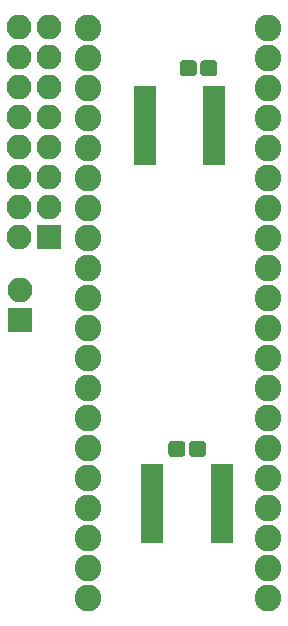
<source format=gbr>
G04 #@! TF.GenerationSoftware,KiCad,Pcbnew,(5.1.4)-1*
G04 #@! TF.CreationDate,2021-01-18T01:20:50+00:00*
G04 #@! TF.ProjectId,atari-pickup,61746172-692d-4706-9963-6b75702e6b69,rev?*
G04 #@! TF.SameCoordinates,Original*
G04 #@! TF.FileFunction,Soldermask,Top*
G04 #@! TF.FilePolarity,Negative*
%FSLAX46Y46*%
G04 Gerber Fmt 4.6, Leading zero omitted, Abs format (unit mm)*
G04 Created by KiCad (PCBNEW (5.1.4)-1) date 2021-01-18 01:20:50*
%MOMM*%
%LPD*%
G04 APERTURE LIST*
%ADD10C,2.254200*%
%ADD11R,2.100000X2.100000*%
%ADD12O,2.100000X2.100000*%
%ADD13C,0.100000*%
%ADD14C,1.350000*%
%ADD15R,1.850000X0.850000*%
G04 APERTURE END LIST*
D10*
X149860000Y-55880000D03*
X149860000Y-58420000D03*
X149860000Y-60960000D03*
X149860000Y-63500000D03*
X149860000Y-66040000D03*
X149860000Y-68580000D03*
X149860000Y-71120000D03*
X149860000Y-73660000D03*
X149860000Y-76200000D03*
X149860000Y-78740000D03*
X149860000Y-81280000D03*
X149860000Y-83820000D03*
X149860000Y-86360000D03*
X149860000Y-88900000D03*
X149860000Y-91440000D03*
X149860000Y-93980000D03*
X149860000Y-96520000D03*
X149860000Y-99060000D03*
X149860000Y-101600000D03*
X149860000Y-104140000D03*
X134620000Y-104140000D03*
X134620000Y-101600000D03*
X134620000Y-99060000D03*
X134620000Y-96520000D03*
X134620000Y-93980000D03*
X134620000Y-91440000D03*
X134620000Y-88900000D03*
X134620000Y-86360000D03*
X134620000Y-83820000D03*
X134620000Y-81280000D03*
X134620000Y-76200000D03*
X134620000Y-73660000D03*
X134620000Y-71120000D03*
X134620000Y-68580000D03*
X134620000Y-66040000D03*
X134620000Y-63500000D03*
X134620000Y-60960000D03*
X134620000Y-58420000D03*
X134620000Y-55880000D03*
X134620000Y-78740000D03*
D11*
X131368800Y-73583800D03*
D12*
X128828800Y-73583800D03*
X131368800Y-71043800D03*
X128828800Y-71043800D03*
X131368800Y-68503800D03*
X128828800Y-68503800D03*
X131368800Y-65963800D03*
X128828800Y-65963800D03*
X131368800Y-63423800D03*
X128828800Y-63423800D03*
X131368800Y-60883800D03*
X128828800Y-60883800D03*
X131368800Y-58343800D03*
X128828800Y-58343800D03*
X131368800Y-55803800D03*
X128828800Y-55803800D03*
D11*
X128854200Y-80594200D03*
D12*
X128854200Y-78054200D03*
D13*
G36*
X145302181Y-58635625D02*
G01*
X145334943Y-58640485D01*
X145367071Y-58648533D01*
X145398256Y-58659691D01*
X145428196Y-58673852D01*
X145456605Y-58690879D01*
X145483208Y-58710609D01*
X145507749Y-58732851D01*
X145529991Y-58757392D01*
X145549721Y-58783995D01*
X145566748Y-58812404D01*
X145580909Y-58842344D01*
X145592067Y-58873529D01*
X145600115Y-58905657D01*
X145604975Y-58938419D01*
X145606600Y-58971500D01*
X145606600Y-59646500D01*
X145604975Y-59679581D01*
X145600115Y-59712343D01*
X145592067Y-59744471D01*
X145580909Y-59775656D01*
X145566748Y-59805596D01*
X145549721Y-59834005D01*
X145529991Y-59860608D01*
X145507749Y-59885149D01*
X145483208Y-59907391D01*
X145456605Y-59927121D01*
X145428196Y-59944148D01*
X145398256Y-59958309D01*
X145367071Y-59969467D01*
X145334943Y-59977515D01*
X145302181Y-59982375D01*
X145269100Y-59984000D01*
X144494100Y-59984000D01*
X144461019Y-59982375D01*
X144428257Y-59977515D01*
X144396129Y-59969467D01*
X144364944Y-59958309D01*
X144335004Y-59944148D01*
X144306595Y-59927121D01*
X144279992Y-59907391D01*
X144255451Y-59885149D01*
X144233209Y-59860608D01*
X144213479Y-59834005D01*
X144196452Y-59805596D01*
X144182291Y-59775656D01*
X144171133Y-59744471D01*
X144163085Y-59712343D01*
X144158225Y-59679581D01*
X144156600Y-59646500D01*
X144156600Y-58971500D01*
X144158225Y-58938419D01*
X144163085Y-58905657D01*
X144171133Y-58873529D01*
X144182291Y-58842344D01*
X144196452Y-58812404D01*
X144213479Y-58783995D01*
X144233209Y-58757392D01*
X144255451Y-58732851D01*
X144279992Y-58710609D01*
X144306595Y-58690879D01*
X144335004Y-58673852D01*
X144364944Y-58659691D01*
X144396129Y-58648533D01*
X144428257Y-58640485D01*
X144461019Y-58635625D01*
X144494100Y-58634000D01*
X145269100Y-58634000D01*
X145302181Y-58635625D01*
X145302181Y-58635625D01*
G37*
D14*
X144881600Y-59309000D03*
D13*
G36*
X143552181Y-58635625D02*
G01*
X143584943Y-58640485D01*
X143617071Y-58648533D01*
X143648256Y-58659691D01*
X143678196Y-58673852D01*
X143706605Y-58690879D01*
X143733208Y-58710609D01*
X143757749Y-58732851D01*
X143779991Y-58757392D01*
X143799721Y-58783995D01*
X143816748Y-58812404D01*
X143830909Y-58842344D01*
X143842067Y-58873529D01*
X143850115Y-58905657D01*
X143854975Y-58938419D01*
X143856600Y-58971500D01*
X143856600Y-59646500D01*
X143854975Y-59679581D01*
X143850115Y-59712343D01*
X143842067Y-59744471D01*
X143830909Y-59775656D01*
X143816748Y-59805596D01*
X143799721Y-59834005D01*
X143779991Y-59860608D01*
X143757749Y-59885149D01*
X143733208Y-59907391D01*
X143706605Y-59927121D01*
X143678196Y-59944148D01*
X143648256Y-59958309D01*
X143617071Y-59969467D01*
X143584943Y-59977515D01*
X143552181Y-59982375D01*
X143519100Y-59984000D01*
X142744100Y-59984000D01*
X142711019Y-59982375D01*
X142678257Y-59977515D01*
X142646129Y-59969467D01*
X142614944Y-59958309D01*
X142585004Y-59944148D01*
X142556595Y-59927121D01*
X142529992Y-59907391D01*
X142505451Y-59885149D01*
X142483209Y-59860608D01*
X142463479Y-59834005D01*
X142446452Y-59805596D01*
X142432291Y-59775656D01*
X142421133Y-59744471D01*
X142413085Y-59712343D01*
X142408225Y-59679581D01*
X142406600Y-59646500D01*
X142406600Y-58971500D01*
X142408225Y-58938419D01*
X142413085Y-58905657D01*
X142421133Y-58873529D01*
X142432291Y-58842344D01*
X142446452Y-58812404D01*
X142463479Y-58783995D01*
X142483209Y-58757392D01*
X142505451Y-58732851D01*
X142529992Y-58710609D01*
X142556595Y-58690879D01*
X142585004Y-58673852D01*
X142614944Y-58659691D01*
X142646129Y-58648533D01*
X142678257Y-58640485D01*
X142711019Y-58635625D01*
X142744100Y-58634000D01*
X143519100Y-58634000D01*
X143552181Y-58635625D01*
X143552181Y-58635625D01*
G37*
D14*
X143131600Y-59309000D03*
D13*
G36*
X142598381Y-90868225D02*
G01*
X142631143Y-90873085D01*
X142663271Y-90881133D01*
X142694456Y-90892291D01*
X142724396Y-90906452D01*
X142752805Y-90923479D01*
X142779408Y-90943209D01*
X142803949Y-90965451D01*
X142826191Y-90989992D01*
X142845921Y-91016595D01*
X142862948Y-91045004D01*
X142877109Y-91074944D01*
X142888267Y-91106129D01*
X142896315Y-91138257D01*
X142901175Y-91171019D01*
X142902800Y-91204100D01*
X142902800Y-91879100D01*
X142901175Y-91912181D01*
X142896315Y-91944943D01*
X142888267Y-91977071D01*
X142877109Y-92008256D01*
X142862948Y-92038196D01*
X142845921Y-92066605D01*
X142826191Y-92093208D01*
X142803949Y-92117749D01*
X142779408Y-92139991D01*
X142752805Y-92159721D01*
X142724396Y-92176748D01*
X142694456Y-92190909D01*
X142663271Y-92202067D01*
X142631143Y-92210115D01*
X142598381Y-92214975D01*
X142565300Y-92216600D01*
X141790300Y-92216600D01*
X141757219Y-92214975D01*
X141724457Y-92210115D01*
X141692329Y-92202067D01*
X141661144Y-92190909D01*
X141631204Y-92176748D01*
X141602795Y-92159721D01*
X141576192Y-92139991D01*
X141551651Y-92117749D01*
X141529409Y-92093208D01*
X141509679Y-92066605D01*
X141492652Y-92038196D01*
X141478491Y-92008256D01*
X141467333Y-91977071D01*
X141459285Y-91944943D01*
X141454425Y-91912181D01*
X141452800Y-91879100D01*
X141452800Y-91204100D01*
X141454425Y-91171019D01*
X141459285Y-91138257D01*
X141467333Y-91106129D01*
X141478491Y-91074944D01*
X141492652Y-91045004D01*
X141509679Y-91016595D01*
X141529409Y-90989992D01*
X141551651Y-90965451D01*
X141576192Y-90943209D01*
X141602795Y-90923479D01*
X141631204Y-90906452D01*
X141661144Y-90892291D01*
X141692329Y-90881133D01*
X141724457Y-90873085D01*
X141757219Y-90868225D01*
X141790300Y-90866600D01*
X142565300Y-90866600D01*
X142598381Y-90868225D01*
X142598381Y-90868225D01*
G37*
D14*
X142177800Y-91541600D03*
D13*
G36*
X144348381Y-90868225D02*
G01*
X144381143Y-90873085D01*
X144413271Y-90881133D01*
X144444456Y-90892291D01*
X144474396Y-90906452D01*
X144502805Y-90923479D01*
X144529408Y-90943209D01*
X144553949Y-90965451D01*
X144576191Y-90989992D01*
X144595921Y-91016595D01*
X144612948Y-91045004D01*
X144627109Y-91074944D01*
X144638267Y-91106129D01*
X144646315Y-91138257D01*
X144651175Y-91171019D01*
X144652800Y-91204100D01*
X144652800Y-91879100D01*
X144651175Y-91912181D01*
X144646315Y-91944943D01*
X144638267Y-91977071D01*
X144627109Y-92008256D01*
X144612948Y-92038196D01*
X144595921Y-92066605D01*
X144576191Y-92093208D01*
X144553949Y-92117749D01*
X144529408Y-92139991D01*
X144502805Y-92159721D01*
X144474396Y-92176748D01*
X144444456Y-92190909D01*
X144413271Y-92202067D01*
X144381143Y-92210115D01*
X144348381Y-92214975D01*
X144315300Y-92216600D01*
X143540300Y-92216600D01*
X143507219Y-92214975D01*
X143474457Y-92210115D01*
X143442329Y-92202067D01*
X143411144Y-92190909D01*
X143381204Y-92176748D01*
X143352795Y-92159721D01*
X143326192Y-92139991D01*
X143301651Y-92117749D01*
X143279409Y-92093208D01*
X143259679Y-92066605D01*
X143242652Y-92038196D01*
X143228491Y-92008256D01*
X143217333Y-91977071D01*
X143209285Y-91944943D01*
X143204425Y-91912181D01*
X143202800Y-91879100D01*
X143202800Y-91204100D01*
X143204425Y-91171019D01*
X143209285Y-91138257D01*
X143217333Y-91106129D01*
X143228491Y-91074944D01*
X143242652Y-91045004D01*
X143259679Y-91016595D01*
X143279409Y-90989992D01*
X143301651Y-90965451D01*
X143326192Y-90943209D01*
X143352795Y-90923479D01*
X143381204Y-90906452D01*
X143411144Y-90892291D01*
X143442329Y-90881133D01*
X143474457Y-90873085D01*
X143507219Y-90868225D01*
X143540300Y-90866600D01*
X144315300Y-90866600D01*
X144348381Y-90868225D01*
X144348381Y-90868225D01*
G37*
D14*
X143927800Y-91541600D03*
D15*
X139442400Y-61260800D03*
X139442400Y-61910800D03*
X139442400Y-62560800D03*
X139442400Y-63210800D03*
X139442400Y-63860800D03*
X139442400Y-64510800D03*
X139442400Y-65160800D03*
X139442400Y-65810800D03*
X139442400Y-66460800D03*
X139442400Y-67110800D03*
X145342400Y-67110800D03*
X145342400Y-66460800D03*
X145342400Y-65810800D03*
X145342400Y-65160800D03*
X145342400Y-64510800D03*
X145342400Y-63860800D03*
X145342400Y-63210800D03*
X145342400Y-62560800D03*
X145342400Y-61910800D03*
X145342400Y-61260800D03*
X145952000Y-93264800D03*
X145952000Y-93914800D03*
X145952000Y-94564800D03*
X145952000Y-95214800D03*
X145952000Y-95864800D03*
X145952000Y-96514800D03*
X145952000Y-97164800D03*
X145952000Y-97814800D03*
X145952000Y-98464800D03*
X145952000Y-99114800D03*
X140052000Y-99114800D03*
X140052000Y-98464800D03*
X140052000Y-97814800D03*
X140052000Y-97164800D03*
X140052000Y-96514800D03*
X140052000Y-95864800D03*
X140052000Y-95214800D03*
X140052000Y-94564800D03*
X140052000Y-93914800D03*
X140052000Y-93264800D03*
M02*

</source>
